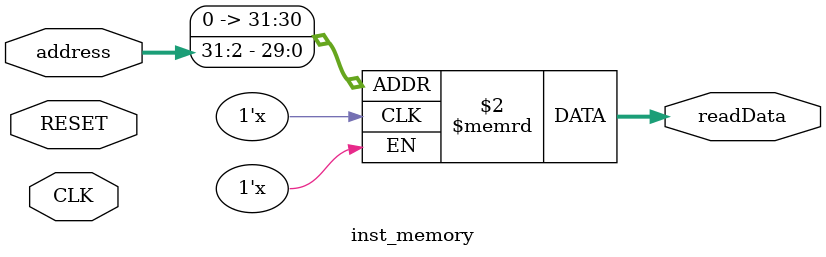
<source format=v>
`timescale 1ns / 1ps
module inst_memory(address, CLK, RESET, readData);
	input [31:0] address;
	input CLK;
	input RESET;
	output reg [31:0] readData;
	
	reg [31:0] memBuffer [0:63];
	always @ (address)
	begin
		readData = memBuffer[address>>2];
	end
endmodule

</source>
